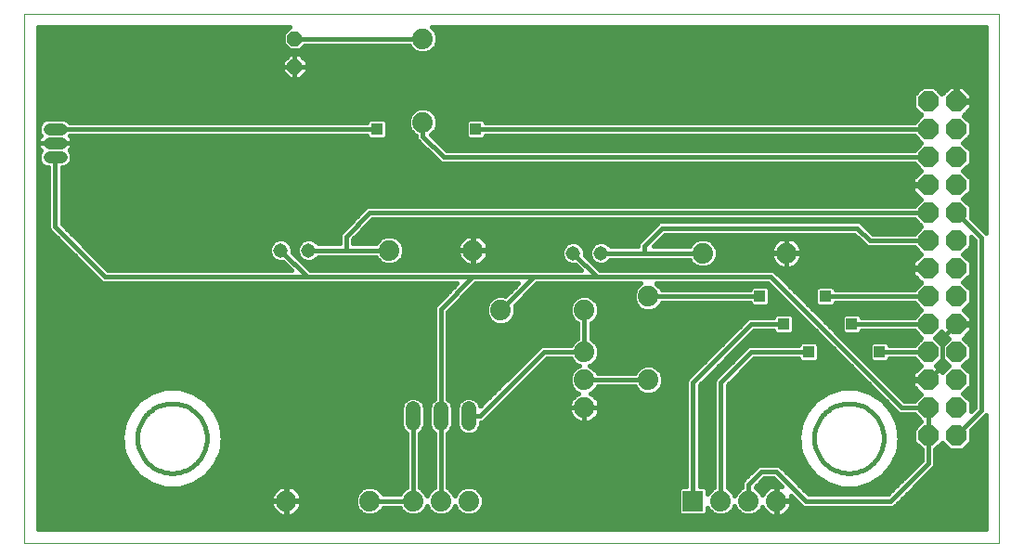
<source format=gtl>
G75*
%MOIN*%
%OFA0B0*%
%FSLAX24Y24*%
%IPPOS*%
%LPD*%
%AMOC8*
5,1,8,0,0,1.08239X$1,22.5*
%
%ADD10C,0.0000*%
%ADD11C,0.0010*%
%ADD12C,0.0160*%
%ADD13R,0.0740X0.0740*%
%ADD14C,0.0740*%
%ADD15C,0.0520*%
%ADD16OC8,0.0520*%
%ADD17C,0.0436*%
%ADD18C,0.0515*%
%ADD19OC8,0.0740*%
%ADD20R,0.0396X0.0396*%
D10*
X002030Y002280D02*
X002030Y021280D01*
X002030Y002280D02*
X037030Y002280D01*
D11*
X037030Y021280D01*
X002030Y021280D01*
D12*
X002510Y020795D02*
X011551Y020795D01*
X011310Y020554D01*
X011310Y020206D01*
X011556Y019960D01*
X011904Y019960D01*
X012084Y020140D01*
X015856Y020140D01*
X015881Y020080D01*
X016030Y019931D01*
X016225Y019850D01*
X016435Y019850D01*
X016630Y019931D01*
X016779Y020080D01*
X016860Y020275D01*
X016860Y020485D01*
X016779Y020680D01*
X016665Y020795D01*
X036545Y020795D01*
X036545Y013404D01*
X036010Y013939D01*
X036010Y014350D01*
X035730Y014630D01*
X036010Y014910D01*
X036010Y015350D01*
X035730Y015630D01*
X036010Y015910D01*
X036010Y016350D01*
X035730Y016630D01*
X036010Y016910D01*
X036010Y017350D01*
X035744Y017616D01*
X036030Y017902D01*
X036030Y018110D01*
X035500Y018110D01*
X035500Y018150D01*
X035460Y018150D01*
X035460Y018680D01*
X035252Y018680D01*
X034966Y018394D01*
X034700Y018660D01*
X034260Y018660D01*
X033950Y018350D01*
X033950Y017910D01*
X034230Y017630D01*
X033970Y017370D01*
X018588Y017370D01*
X018588Y017394D01*
X018494Y017488D01*
X017966Y017488D01*
X017872Y017394D01*
X017872Y016866D01*
X017966Y016772D01*
X018494Y016772D01*
X018588Y016866D01*
X018588Y016890D01*
X033970Y016890D01*
X034230Y016630D01*
X033970Y016370D01*
X017179Y016370D01*
X016622Y016927D01*
X016630Y016931D01*
X016779Y017080D01*
X016860Y017275D01*
X016860Y017485D01*
X016779Y017680D01*
X016630Y017829D01*
X016435Y017910D01*
X016225Y017910D01*
X016030Y017829D01*
X015881Y017680D01*
X015800Y017485D01*
X015800Y017275D01*
X015881Y017080D01*
X016030Y016931D01*
X016090Y016906D01*
X016090Y016832D01*
X016127Y016744D01*
X016877Y015994D01*
X016944Y015927D01*
X017032Y015890D01*
X033970Y015890D01*
X034216Y015644D01*
X033930Y015358D01*
X033930Y015150D01*
X034460Y015150D01*
X034460Y015110D01*
X033930Y015110D01*
X033930Y014902D01*
X034216Y014616D01*
X033970Y014370D01*
X014382Y014370D01*
X014294Y014333D01*
X014227Y014266D01*
X013377Y013416D01*
X013340Y013328D01*
X013340Y013020D01*
X012580Y013020D01*
X012466Y013134D01*
X012313Y013197D01*
X012147Y013197D01*
X011994Y013134D01*
X011876Y013016D01*
X011813Y012863D01*
X011813Y012697D01*
X011876Y012544D01*
X011994Y012426D01*
X012147Y012363D01*
X012313Y012363D01*
X012466Y012426D01*
X012580Y012540D01*
X014656Y012540D01*
X014681Y012480D01*
X014830Y012331D01*
X015025Y012250D01*
X015235Y012250D01*
X015430Y012331D01*
X015579Y012480D01*
X015660Y012675D01*
X015660Y012885D01*
X015579Y013080D01*
X015430Y013229D01*
X015235Y013310D01*
X015025Y013310D01*
X014830Y013229D01*
X014681Y013080D01*
X014656Y013020D01*
X013820Y013020D01*
X013820Y013181D01*
X014529Y013890D01*
X033970Y013890D01*
X034230Y013630D01*
X033970Y013370D01*
X032479Y013370D01*
X032066Y013783D01*
X031978Y013820D01*
X024882Y013820D01*
X024794Y013783D01*
X024727Y013716D01*
X024077Y013066D01*
X024040Y012978D01*
X024040Y012920D01*
X023080Y012920D01*
X022966Y013034D01*
X022813Y013097D01*
X022647Y013097D01*
X022494Y013034D01*
X022376Y012916D01*
X022313Y012763D01*
X022313Y012597D01*
X022376Y012444D01*
X022494Y012326D01*
X022647Y012263D01*
X022813Y012263D01*
X022966Y012326D01*
X023080Y012440D01*
X025906Y012440D01*
X025931Y012380D01*
X026080Y012231D01*
X026275Y012150D01*
X026485Y012150D01*
X026680Y012231D01*
X026829Y012380D01*
X026910Y012575D01*
X026910Y012785D01*
X026829Y012980D01*
X026680Y013129D01*
X026485Y013210D01*
X026275Y013210D01*
X026080Y013129D01*
X025931Y012980D01*
X025906Y012920D01*
X024609Y012920D01*
X025029Y013340D01*
X031831Y013340D01*
X032177Y012994D01*
X032244Y012927D01*
X032332Y012890D01*
X033970Y012890D01*
X034216Y012644D01*
X033930Y012358D01*
X033930Y012150D01*
X034460Y012150D01*
X034460Y012110D01*
X033930Y012110D01*
X033930Y011902D01*
X034216Y011616D01*
X033970Y011370D01*
X031138Y011370D01*
X031138Y011394D01*
X031044Y011488D01*
X030516Y011488D01*
X030422Y011394D01*
X030422Y010866D01*
X030516Y010772D01*
X031044Y010772D01*
X031138Y010866D01*
X031138Y010890D01*
X033970Y010890D01*
X034230Y010630D01*
X033970Y010370D01*
X032088Y010370D01*
X032088Y010394D01*
X031994Y010488D01*
X031466Y010488D01*
X031372Y010394D01*
X031372Y009866D01*
X031466Y009772D01*
X031994Y009772D01*
X032088Y009866D01*
X032088Y009890D01*
X033970Y009890D01*
X034230Y009630D01*
X033970Y009370D01*
X033088Y009370D01*
X033088Y009394D01*
X032994Y009488D01*
X032466Y009488D01*
X032372Y009394D01*
X032372Y008866D01*
X032466Y008772D01*
X032994Y008772D01*
X033088Y008866D01*
X033088Y008890D01*
X033970Y008890D01*
X034216Y008644D01*
X033930Y008358D01*
X033930Y008150D01*
X034460Y008150D01*
X034460Y008110D01*
X033930Y008110D01*
X033930Y007902D01*
X034216Y007616D01*
X033970Y007370D01*
X033629Y007370D01*
X029033Y011966D01*
X028966Y012033D01*
X028878Y012070D01*
X022679Y012070D01*
X022147Y012602D01*
X022147Y012763D01*
X022084Y012916D01*
X021966Y013034D01*
X021813Y013097D01*
X021647Y013097D01*
X021494Y013034D01*
X021376Y012916D01*
X021313Y012763D01*
X021313Y012597D01*
X021376Y012444D01*
X021494Y012326D01*
X021647Y012263D01*
X021808Y012263D01*
X022001Y012070D01*
X012279Y012070D01*
X011647Y012702D01*
X011647Y012863D01*
X011584Y013016D01*
X011466Y013134D01*
X011313Y013197D01*
X011147Y013197D01*
X010994Y013134D01*
X010876Y013016D01*
X010813Y012863D01*
X010813Y012697D01*
X010876Y012544D01*
X010994Y012426D01*
X011147Y012363D01*
X011308Y012363D01*
X011601Y012070D01*
X005029Y012070D01*
X003370Y013729D01*
X003370Y015752D01*
X003423Y015752D01*
X003562Y015809D01*
X003669Y015916D01*
X003726Y016055D01*
X003726Y016205D01*
X003669Y016344D01*
X003647Y016366D01*
X003657Y016376D01*
X003701Y016441D01*
X003731Y016514D01*
X003746Y016591D01*
X003746Y016630D01*
X003746Y016669D01*
X003731Y016746D01*
X003701Y016819D01*
X003657Y016884D01*
X003651Y016890D01*
X014322Y016890D01*
X014322Y016866D01*
X014416Y016772D01*
X014944Y016772D01*
X015038Y016866D01*
X015038Y017394D01*
X014944Y017488D01*
X014416Y017488D01*
X014322Y017394D01*
X014322Y017370D01*
X003643Y017370D01*
X003562Y017451D01*
X003423Y017508D01*
X002837Y017508D01*
X002698Y017451D01*
X002591Y017344D01*
X002534Y017205D01*
X002534Y017055D01*
X002591Y016916D01*
X002613Y016894D01*
X002603Y016884D01*
X002559Y016819D01*
X002529Y016746D01*
X002514Y016669D01*
X002514Y016630D01*
X002514Y016591D01*
X002529Y016514D01*
X002559Y016441D01*
X002603Y016376D01*
X002613Y016366D01*
X002591Y016344D01*
X002534Y016205D01*
X002534Y016055D01*
X002591Y015916D01*
X002698Y015809D01*
X002837Y015752D01*
X002890Y015752D01*
X002890Y013582D01*
X002927Y013494D01*
X002994Y013427D01*
X004794Y011627D01*
X004882Y011590D01*
X017551Y011590D01*
X016777Y010816D01*
X016740Y010728D01*
X016740Y007444D01*
X016624Y007328D01*
X016560Y007174D01*
X016560Y006486D01*
X016624Y006332D01*
X016740Y006216D01*
X016740Y004254D01*
X016680Y004229D01*
X016531Y004080D01*
X016480Y003958D01*
X016429Y004080D01*
X016280Y004229D01*
X016220Y004254D01*
X016220Y006216D01*
X016336Y006332D01*
X016400Y006486D01*
X016400Y007174D01*
X016336Y007328D01*
X016218Y007446D01*
X016064Y007510D01*
X015896Y007510D01*
X015742Y007446D01*
X015624Y007328D01*
X015560Y007174D01*
X015560Y006486D01*
X015624Y006332D01*
X015740Y006216D01*
X015740Y004254D01*
X015680Y004229D01*
X015531Y004080D01*
X015506Y004020D01*
X014904Y004020D01*
X014879Y004080D01*
X014730Y004229D01*
X014535Y004310D01*
X014325Y004310D01*
X014130Y004229D01*
X013981Y004080D01*
X013900Y003885D01*
X013900Y003675D01*
X013981Y003480D01*
X014130Y003331D01*
X014325Y003250D01*
X014535Y003250D01*
X014730Y003331D01*
X014879Y003480D01*
X014904Y003540D01*
X015506Y003540D01*
X015531Y003480D01*
X015680Y003331D01*
X015875Y003250D01*
X016085Y003250D01*
X016280Y003331D01*
X016429Y003480D01*
X016480Y003602D01*
X016531Y003480D01*
X016680Y003331D01*
X016875Y003250D01*
X017085Y003250D01*
X017280Y003331D01*
X017429Y003480D01*
X017480Y003602D01*
X017531Y003480D01*
X017680Y003331D01*
X017875Y003250D01*
X018085Y003250D01*
X018280Y003331D01*
X018429Y003480D01*
X018510Y003675D01*
X018510Y003885D01*
X018429Y004080D01*
X018280Y004229D01*
X018085Y004310D01*
X017875Y004310D01*
X017680Y004229D01*
X017531Y004080D01*
X017480Y003958D01*
X017429Y004080D01*
X017280Y004229D01*
X017220Y004254D01*
X017220Y006216D01*
X017336Y006332D01*
X017400Y006486D01*
X017400Y007174D01*
X017336Y007328D01*
X017220Y007444D01*
X017220Y010581D01*
X018229Y011590D01*
X019751Y011590D01*
X019296Y011135D01*
X019235Y011160D01*
X019025Y011160D01*
X018830Y011079D01*
X018681Y010930D01*
X018600Y010735D01*
X018600Y010525D01*
X018681Y010330D01*
X018830Y010181D01*
X019025Y010100D01*
X019235Y010100D01*
X019430Y010181D01*
X019579Y010330D01*
X019660Y010525D01*
X019660Y010735D01*
X019635Y010796D01*
X020429Y011590D01*
X024156Y011590D01*
X024130Y011579D01*
X023981Y011430D01*
X023900Y011235D01*
X023900Y011025D01*
X023981Y010830D01*
X024130Y010681D01*
X024325Y010600D01*
X024535Y010600D01*
X024730Y010681D01*
X024879Y010830D01*
X024904Y010890D01*
X028072Y010890D01*
X028072Y010866D01*
X028166Y010772D01*
X028694Y010772D01*
X028788Y010866D01*
X028788Y011394D01*
X028694Y011488D01*
X028166Y011488D01*
X028072Y011394D01*
X028072Y011370D01*
X024904Y011370D01*
X024879Y011430D01*
X024730Y011579D01*
X024704Y011590D01*
X028731Y011590D01*
X033394Y006927D01*
X033482Y006890D01*
X033970Y006890D01*
X034230Y006630D01*
X033950Y006350D01*
X033950Y005910D01*
X034240Y005620D01*
X034240Y005229D01*
X033031Y004020D01*
X030179Y004020D01*
X029233Y004966D01*
X029166Y005033D01*
X029078Y005070D01*
X028432Y005070D01*
X028344Y005033D01*
X027894Y004583D01*
X027827Y004516D01*
X027790Y004428D01*
X027790Y004254D01*
X027730Y004229D01*
X027581Y004080D01*
X027530Y003958D01*
X027479Y004080D01*
X027330Y004229D01*
X027270Y004254D01*
X027270Y007931D01*
X028229Y008890D01*
X029822Y008890D01*
X029822Y008866D01*
X029916Y008772D01*
X030444Y008772D01*
X030538Y008866D01*
X030538Y009394D01*
X030444Y009488D01*
X029916Y009488D01*
X029822Y009394D01*
X029822Y009370D01*
X028082Y009370D01*
X027994Y009333D01*
X027927Y009266D01*
X026827Y008166D01*
X026790Y008078D01*
X026790Y004254D01*
X026730Y004229D01*
X026581Y004080D01*
X026560Y004030D01*
X026560Y004216D01*
X026466Y004310D01*
X026270Y004310D01*
X026270Y007931D01*
X028229Y009890D01*
X028922Y009890D01*
X028922Y009866D01*
X029016Y009772D01*
X029544Y009772D01*
X029638Y009866D01*
X029638Y010394D01*
X029544Y010488D01*
X029016Y010488D01*
X028922Y010394D01*
X028922Y010370D01*
X028082Y010370D01*
X027994Y010333D01*
X027927Y010266D01*
X025827Y008166D01*
X025790Y008078D01*
X025790Y004310D01*
X025594Y004310D01*
X025500Y004216D01*
X025500Y003344D01*
X025594Y003250D01*
X026466Y003250D01*
X026560Y003344D01*
X026560Y003530D01*
X026581Y003480D01*
X026730Y003331D01*
X026925Y003250D01*
X027135Y003250D01*
X027330Y003331D01*
X027479Y003480D01*
X027530Y003602D01*
X027581Y003480D01*
X027730Y003331D01*
X027925Y003250D01*
X028135Y003250D01*
X028330Y003331D01*
X028479Y003480D01*
X028519Y003574D01*
X028520Y003569D01*
X028560Y003492D01*
X028610Y003422D01*
X028672Y003360D01*
X028742Y003310D01*
X028819Y003270D01*
X028901Y003244D01*
X028987Y003230D01*
X029010Y003230D01*
X029010Y003760D01*
X029050Y003760D01*
X029050Y003800D01*
X029580Y003800D01*
X029580Y003823D01*
X029566Y003909D01*
X029545Y003976D01*
X029944Y003577D01*
X030032Y003540D01*
X033178Y003540D01*
X033266Y003577D01*
X033333Y003644D01*
X034683Y004994D01*
X034720Y005082D01*
X034720Y005620D01*
X034980Y005880D01*
X035260Y005600D01*
X035700Y005600D01*
X036010Y005910D01*
X036010Y006321D01*
X036516Y006827D01*
X036545Y006856D01*
X036545Y002760D01*
X002510Y002760D01*
X002510Y020795D01*
X002510Y020666D02*
X011422Y020666D01*
X011310Y020508D02*
X002510Y020508D01*
X002510Y020349D02*
X011310Y020349D01*
X011326Y020191D02*
X002510Y020191D01*
X002510Y020032D02*
X011484Y020032D01*
X011548Y019820D02*
X011290Y019562D01*
X011290Y019380D01*
X011730Y019380D01*
X011730Y019380D01*
X011730Y019820D01*
X011912Y019820D01*
X012170Y019562D01*
X012170Y019380D01*
X011730Y019380D01*
X011730Y019380D01*
X011730Y019380D01*
X011730Y019820D01*
X011548Y019820D01*
X011443Y019715D02*
X002510Y019715D01*
X002510Y019557D02*
X011290Y019557D01*
X011290Y019398D02*
X002510Y019398D01*
X002510Y019240D02*
X011290Y019240D01*
X011290Y019198D02*
X011548Y018940D01*
X011730Y018940D01*
X011912Y018940D01*
X012170Y019198D01*
X012170Y019380D01*
X011730Y019380D01*
X011730Y018940D01*
X011730Y019380D01*
X011730Y019380D01*
X011290Y019380D01*
X011290Y019198D01*
X011407Y019081D02*
X002510Y019081D01*
X002510Y018923D02*
X036545Y018923D01*
X036545Y019081D02*
X012053Y019081D01*
X012170Y019240D02*
X036545Y019240D01*
X036545Y019398D02*
X012170Y019398D01*
X012170Y019557D02*
X036545Y019557D01*
X036545Y019715D02*
X012017Y019715D01*
X011730Y019715D02*
X011730Y019715D01*
X011730Y019557D02*
X011730Y019557D01*
X011730Y019398D02*
X011730Y019398D01*
X011730Y019240D02*
X011730Y019240D01*
X011730Y019081D02*
X011730Y019081D01*
X011976Y020032D02*
X015928Y020032D01*
X016168Y019874D02*
X002510Y019874D01*
X002510Y018764D02*
X036545Y018764D01*
X036545Y018606D02*
X035782Y018606D01*
X035708Y018680D02*
X035500Y018680D01*
X035500Y018150D01*
X036030Y018150D01*
X036030Y018358D01*
X035708Y018680D01*
X035500Y018606D02*
X035460Y018606D01*
X035460Y018447D02*
X035500Y018447D01*
X035500Y018289D02*
X035460Y018289D01*
X035500Y018130D02*
X036545Y018130D01*
X036545Y017972D02*
X036030Y017972D01*
X035941Y017813D02*
X036545Y017813D01*
X036545Y017655D02*
X035782Y017655D01*
X035864Y017496D02*
X036545Y017496D01*
X036545Y017338D02*
X036010Y017338D01*
X036010Y017179D02*
X036545Y017179D01*
X036545Y017021D02*
X036010Y017021D01*
X035962Y016862D02*
X036545Y016862D01*
X036545Y016704D02*
X035803Y016704D01*
X035815Y016545D02*
X036545Y016545D01*
X036545Y016387D02*
X035973Y016387D01*
X036010Y016228D02*
X036545Y016228D01*
X036545Y016070D02*
X036010Y016070D01*
X036010Y015911D02*
X036545Y015911D01*
X036545Y015753D02*
X035852Y015753D01*
X035766Y015594D02*
X036545Y015594D01*
X036545Y015436D02*
X035924Y015436D01*
X036010Y015277D02*
X036545Y015277D01*
X036545Y015119D02*
X036010Y015119D01*
X036010Y014960D02*
X036545Y014960D01*
X036545Y014802D02*
X035901Y014802D01*
X035743Y014643D02*
X036545Y014643D01*
X036545Y014485D02*
X035875Y014485D01*
X036010Y014326D02*
X036545Y014326D01*
X036545Y014168D02*
X036010Y014168D01*
X036010Y014009D02*
X036545Y014009D01*
X036545Y013851D02*
X036099Y013851D01*
X036257Y013692D02*
X036545Y013692D01*
X036545Y013534D02*
X036416Y013534D01*
X036140Y013131D02*
X036010Y013261D01*
X036010Y012910D01*
X035730Y012630D01*
X036010Y012350D01*
X036010Y011910D01*
X035730Y011630D01*
X036010Y011350D01*
X036010Y010910D01*
X035744Y010644D01*
X036030Y010358D01*
X036030Y010150D01*
X035500Y010150D01*
X035500Y010110D01*
X036030Y010110D01*
X036030Y009902D01*
X035744Y009616D01*
X036010Y009350D01*
X036010Y008910D01*
X035730Y008630D01*
X036010Y008350D01*
X036010Y007910D01*
X035730Y007630D01*
X036010Y007350D01*
X036010Y006999D01*
X036140Y007129D01*
X036140Y013131D01*
X036140Y013058D02*
X036010Y013058D01*
X036010Y013217D02*
X036054Y013217D01*
X035999Y012900D02*
X036140Y012900D01*
X036140Y012741D02*
X035841Y012741D01*
X035777Y012583D02*
X036140Y012583D01*
X036140Y012424D02*
X035936Y012424D01*
X036010Y012266D02*
X036140Y012266D01*
X036140Y012107D02*
X036010Y012107D01*
X036010Y011949D02*
X036140Y011949D01*
X036140Y011790D02*
X035890Y011790D01*
X035731Y011632D02*
X036140Y011632D01*
X036140Y011473D02*
X035887Y011473D01*
X036010Y011315D02*
X036140Y011315D01*
X036140Y011156D02*
X036010Y011156D01*
X036010Y010998D02*
X036140Y010998D01*
X036140Y010839D02*
X035939Y010839D01*
X035780Y010681D02*
X036140Y010681D01*
X036140Y010522D02*
X035866Y010522D01*
X036024Y010364D02*
X036140Y010364D01*
X036140Y010205D02*
X036030Y010205D01*
X036030Y010047D02*
X036140Y010047D01*
X036140Y009888D02*
X036016Y009888D01*
X036140Y009730D02*
X035857Y009730D01*
X035789Y009571D02*
X036140Y009571D01*
X036140Y009413D02*
X035947Y009413D01*
X036010Y009254D02*
X036140Y009254D01*
X036140Y009096D02*
X036010Y009096D01*
X036010Y008937D02*
X036140Y008937D01*
X036140Y008779D02*
X035878Y008779D01*
X035740Y008620D02*
X036140Y008620D01*
X036140Y008462D02*
X035898Y008462D01*
X036010Y008303D02*
X036140Y008303D01*
X036140Y008145D02*
X036010Y008145D01*
X036010Y007986D02*
X036140Y007986D01*
X036140Y007828D02*
X035927Y007828D01*
X035769Y007669D02*
X036140Y007669D01*
X036140Y007511D02*
X035849Y007511D01*
X036008Y007352D02*
X036140Y007352D01*
X036140Y007194D02*
X036010Y007194D01*
X036010Y007035D02*
X036046Y007035D01*
X036380Y007030D02*
X036380Y013230D01*
X035480Y014130D01*
X034480Y014130D02*
X014430Y014130D01*
X013580Y013280D01*
X013580Y012780D01*
X012230Y012780D01*
X011813Y012741D02*
X011647Y012741D01*
X011632Y012900D02*
X011828Y012900D01*
X011918Y013058D02*
X011542Y013058D01*
X010918Y013058D02*
X004041Y013058D01*
X003883Y013217D02*
X013340Y013217D01*
X013340Y013058D02*
X012542Y013058D01*
X011860Y012583D02*
X011767Y012583D01*
X011925Y012424D02*
X011998Y012424D01*
X012084Y012266D02*
X014987Y012266D01*
X015273Y012266D02*
X017934Y012266D01*
X017919Y012270D02*
X018001Y012244D01*
X018087Y012230D01*
X018121Y012230D01*
X018121Y012771D01*
X018139Y012771D01*
X018139Y012789D01*
X018680Y012789D01*
X018680Y012823D01*
X018666Y012909D01*
X018640Y012991D01*
X018600Y013068D01*
X018550Y013138D01*
X018488Y013200D01*
X018418Y013250D01*
X018341Y013290D01*
X018259Y013316D01*
X018173Y013330D01*
X018139Y013330D01*
X018139Y012789D01*
X018121Y012789D01*
X018121Y013330D01*
X018087Y013330D01*
X018001Y013316D01*
X017919Y013290D01*
X017842Y013250D01*
X017772Y013200D01*
X017710Y013138D01*
X017660Y013068D01*
X017620Y012991D01*
X017594Y012909D01*
X017580Y012823D01*
X017580Y012789D01*
X018121Y012789D01*
X018121Y012771D01*
X017580Y012771D01*
X017580Y012737D01*
X017594Y012651D01*
X017620Y012569D01*
X017660Y012492D01*
X017710Y012422D01*
X017772Y012360D01*
X017842Y012310D01*
X017919Y012270D01*
X018121Y012266D02*
X018139Y012266D01*
X018139Y012230D02*
X018173Y012230D01*
X018259Y012244D01*
X018341Y012270D01*
X018418Y012310D01*
X018488Y012360D01*
X018550Y012422D01*
X018600Y012492D01*
X018640Y012569D01*
X018666Y012651D01*
X018680Y012737D01*
X018680Y012771D01*
X018139Y012771D01*
X018139Y012230D01*
X018326Y012266D02*
X021640Y012266D01*
X021396Y012424D02*
X018551Y012424D01*
X018644Y012583D02*
X021319Y012583D01*
X021313Y012741D02*
X018680Y012741D01*
X018668Y012900D02*
X021369Y012900D01*
X021552Y013058D02*
X018606Y013058D01*
X018465Y013217D02*
X024227Y013217D01*
X024073Y013058D02*
X022908Y013058D01*
X022552Y013058D02*
X021908Y013058D01*
X022091Y012900D02*
X022369Y012900D01*
X022313Y012741D02*
X022147Y012741D01*
X022167Y012583D02*
X022319Y012583D01*
X022325Y012424D02*
X022396Y012424D01*
X022484Y012266D02*
X022640Y012266D01*
X022642Y012107D02*
X033930Y012107D01*
X033930Y011949D02*
X029051Y011949D01*
X029209Y011790D02*
X034042Y011790D01*
X034201Y011632D02*
X029368Y011632D01*
X029526Y011473D02*
X030501Y011473D01*
X030422Y011315D02*
X029685Y011315D01*
X029843Y011156D02*
X030422Y011156D01*
X030422Y010998D02*
X030002Y010998D01*
X030160Y010839D02*
X030448Y010839D01*
X030319Y010681D02*
X034180Y010681D01*
X034122Y010522D02*
X030477Y010522D01*
X030636Y010364D02*
X031372Y010364D01*
X031372Y010205D02*
X030794Y010205D01*
X030953Y010047D02*
X031372Y010047D01*
X031372Y009888D02*
X031111Y009888D01*
X031270Y009730D02*
X034131Y009730D01*
X034171Y009571D02*
X031428Y009571D01*
X031587Y009413D02*
X032390Y009413D01*
X032372Y009254D02*
X031745Y009254D01*
X031904Y009096D02*
X032372Y009096D01*
X032372Y008937D02*
X032062Y008937D01*
X032221Y008779D02*
X032459Y008779D01*
X032379Y008620D02*
X034192Y008620D01*
X034082Y008779D02*
X033001Y008779D01*
X032730Y009130D02*
X034480Y009130D01*
X034878Y008779D02*
X035082Y008779D01*
X034980Y008880D02*
X035230Y008630D01*
X034994Y008394D01*
X034744Y008644D01*
X034980Y008880D01*
X034980Y008630D02*
X034480Y008130D01*
X034460Y008145D02*
X032855Y008145D01*
X032696Y008303D02*
X033930Y008303D01*
X034034Y008462D02*
X032538Y008462D01*
X032176Y008145D02*
X027484Y008145D01*
X027642Y008303D02*
X032018Y008303D01*
X031859Y008462D02*
X027801Y008462D01*
X027959Y008620D02*
X031701Y008620D01*
X031542Y008779D02*
X030451Y008779D01*
X030538Y008937D02*
X031384Y008937D01*
X031225Y009096D02*
X030538Y009096D01*
X030538Y009254D02*
X031067Y009254D01*
X030908Y009413D02*
X030520Y009413D01*
X030750Y009571D02*
X027910Y009571D01*
X027752Y009413D02*
X029840Y009413D01*
X030180Y009130D02*
X028130Y009130D01*
X027030Y008030D01*
X027030Y003780D01*
X027389Y003390D02*
X027671Y003390D01*
X027552Y003548D02*
X027508Y003548D01*
X027503Y004024D02*
X027557Y004024D01*
X027682Y004182D02*
X027378Y004182D01*
X027270Y004341D02*
X027790Y004341D01*
X027820Y004499D02*
X027270Y004499D01*
X027270Y004658D02*
X027968Y004658D01*
X028127Y004816D02*
X027270Y004816D01*
X027270Y004975D02*
X028285Y004975D01*
X028480Y004830D02*
X028030Y004380D01*
X028030Y003780D01*
X028519Y003986D02*
X028479Y004080D01*
X028330Y004229D01*
X028270Y004254D01*
X028270Y004281D01*
X028579Y004590D01*
X028931Y004590D01*
X029226Y004295D01*
X029159Y004316D01*
X029073Y004330D01*
X029050Y004330D01*
X029050Y003800D01*
X029010Y003800D01*
X029010Y004330D01*
X028987Y004330D01*
X028901Y004316D01*
X028819Y004290D01*
X028742Y004250D01*
X028672Y004200D01*
X028610Y004138D01*
X028560Y004068D01*
X028520Y003991D01*
X028519Y003986D01*
X028503Y004024D02*
X028537Y004024D01*
X028654Y004182D02*
X028378Y004182D01*
X028330Y004341D02*
X029180Y004341D01*
X029050Y004182D02*
X029010Y004182D01*
X029010Y004024D02*
X029050Y004024D01*
X029050Y003865D02*
X029010Y003865D01*
X029050Y003760D02*
X029580Y003760D01*
X029580Y003737D01*
X029566Y003651D01*
X029540Y003569D01*
X029500Y003492D01*
X029450Y003422D01*
X029388Y003360D01*
X029318Y003310D01*
X029241Y003270D01*
X029159Y003244D01*
X029073Y003230D01*
X029050Y003230D01*
X029050Y003760D01*
X029050Y003707D02*
X029010Y003707D01*
X029010Y003548D02*
X029050Y003548D01*
X029050Y003390D02*
X029010Y003390D01*
X029010Y003231D02*
X029050Y003231D01*
X029080Y003231D02*
X036545Y003231D01*
X036545Y003073D02*
X002510Y003073D01*
X002510Y003231D02*
X011380Y003231D01*
X011387Y003230D02*
X011421Y003230D01*
X011421Y003771D01*
X011439Y003771D01*
X011439Y003789D01*
X011980Y003789D01*
X011980Y003823D01*
X011966Y003909D01*
X011940Y003991D01*
X011900Y004068D01*
X011850Y004138D01*
X011788Y004200D01*
X011718Y004250D01*
X011641Y004290D01*
X011559Y004316D01*
X011473Y004330D01*
X011439Y004330D01*
X011439Y003789D01*
X011421Y003789D01*
X011421Y004330D01*
X011387Y004330D01*
X011301Y004316D01*
X011219Y004290D01*
X011142Y004250D01*
X011072Y004200D01*
X011010Y004138D01*
X010960Y004068D01*
X010920Y003991D01*
X010894Y003909D01*
X010880Y003823D01*
X010880Y003789D01*
X011421Y003789D01*
X011421Y003771D01*
X010880Y003771D01*
X010880Y003737D01*
X010894Y003651D01*
X010920Y003569D01*
X010960Y003492D01*
X011010Y003422D01*
X011072Y003360D01*
X011142Y003310D01*
X011219Y003270D01*
X011301Y003244D01*
X011387Y003230D01*
X011421Y003231D02*
X011439Y003231D01*
X011439Y003230D02*
X011473Y003230D01*
X011559Y003244D01*
X011641Y003270D01*
X011718Y003310D01*
X011788Y003360D01*
X011850Y003422D01*
X011900Y003492D01*
X011940Y003569D01*
X011966Y003651D01*
X011980Y003737D01*
X011980Y003771D01*
X011439Y003771D01*
X011439Y003230D01*
X011480Y003231D02*
X028980Y003231D01*
X028643Y003390D02*
X028389Y003390D01*
X028508Y003548D02*
X028531Y003548D01*
X029417Y003390D02*
X036545Y003390D01*
X036545Y003548D02*
X033197Y003548D01*
X033130Y003780D02*
X030080Y003780D01*
X029030Y004830D01*
X028480Y004830D01*
X028488Y004499D02*
X029022Y004499D01*
X029383Y004816D02*
X030311Y004816D01*
X030445Y004662D02*
X030107Y005051D01*
X030107Y005051D01*
X029893Y005520D01*
X029893Y005520D01*
X029820Y006030D01*
X029820Y006030D01*
X029893Y006540D01*
X030107Y007009D01*
X030445Y007398D01*
X030445Y007398D01*
X030878Y007676D01*
X030878Y007676D01*
X031372Y007822D01*
X031888Y007822D01*
X032382Y007676D01*
X032382Y007676D01*
X032815Y007398D01*
X032815Y007398D01*
X033153Y007009D01*
X033153Y007009D01*
X033367Y006540D01*
X033367Y006540D01*
X033440Y006030D01*
X033367Y005520D01*
X033153Y005051D01*
X033153Y005051D01*
X032815Y004662D01*
X032815Y004662D01*
X032382Y004384D01*
X032382Y004384D01*
X031888Y004238D01*
X031372Y004238D01*
X030878Y004384D01*
X030878Y004384D01*
X030445Y004662D01*
X030445Y004662D01*
X030452Y004658D02*
X029542Y004658D01*
X029700Y004499D02*
X030698Y004499D01*
X031025Y004341D02*
X029859Y004341D01*
X030017Y004182D02*
X033193Y004182D01*
X033351Y004341D02*
X032235Y004341D01*
X032562Y004499D02*
X033510Y004499D01*
X033668Y004658D02*
X032808Y004658D01*
X032815Y004662D02*
X032815Y004662D01*
X032949Y004816D02*
X033827Y004816D01*
X033985Y004975D02*
X033086Y004975D01*
X033190Y005133D02*
X034144Y005133D01*
X034240Y005292D02*
X033262Y005292D01*
X033335Y005450D02*
X034240Y005450D01*
X034240Y005609D02*
X033379Y005609D01*
X033367Y005520D02*
X033367Y005520D01*
X033402Y005767D02*
X034093Y005767D01*
X033950Y005926D02*
X033425Y005926D01*
X033432Y006084D02*
X033950Y006084D01*
X033950Y006243D02*
X033409Y006243D01*
X033387Y006401D02*
X034001Y006401D01*
X034160Y006560D02*
X033358Y006560D01*
X033285Y006718D02*
X034142Y006718D01*
X033984Y006877D02*
X033213Y006877D01*
X033286Y007035D02*
X033130Y007035D01*
X033127Y007194D02*
X032992Y007194D01*
X032969Y007352D02*
X032855Y007352D01*
X032810Y007511D02*
X032640Y007511D01*
X032652Y007669D02*
X032393Y007669D01*
X032493Y007828D02*
X027270Y007828D01*
X027270Y007669D02*
X030867Y007669D01*
X030620Y007511D02*
X027270Y007511D01*
X027270Y007352D02*
X030405Y007352D01*
X030268Y007194D02*
X027270Y007194D01*
X027270Y007035D02*
X030130Y007035D01*
X030047Y006877D02*
X027270Y006877D01*
X027270Y006718D02*
X029975Y006718D01*
X029902Y006560D02*
X027270Y006560D01*
X027270Y006401D02*
X029873Y006401D01*
X029851Y006243D02*
X027270Y006243D01*
X027270Y006084D02*
X029828Y006084D01*
X029835Y005926D02*
X027270Y005926D01*
X027270Y005767D02*
X029858Y005767D01*
X029881Y005609D02*
X027270Y005609D01*
X027270Y005450D02*
X029925Y005450D01*
X029998Y005292D02*
X027270Y005292D01*
X027270Y005133D02*
X030070Y005133D01*
X030174Y004975D02*
X029225Y004975D01*
X029573Y003865D02*
X029656Y003865D01*
X029575Y003707D02*
X029814Y003707D01*
X030013Y003548D02*
X029529Y003548D01*
X030176Y004024D02*
X033034Y004024D01*
X033130Y003780D02*
X034480Y005130D01*
X034480Y006130D01*
X034480Y007130D01*
X033530Y007130D01*
X028830Y011830D01*
X022580Y011830D01*
X020330Y011830D01*
X019130Y010630D01*
X018643Y010839D02*
X017478Y010839D01*
X017320Y010681D02*
X018600Y010681D01*
X018601Y010522D02*
X017220Y010522D01*
X017220Y010364D02*
X018667Y010364D01*
X018805Y010205D02*
X017220Y010205D01*
X017220Y010047D02*
X021890Y010047D01*
X021890Y010156D02*
X021890Y009604D01*
X021830Y009579D01*
X021681Y009430D01*
X021656Y009370D01*
X020632Y009370D01*
X020544Y009333D01*
X020477Y009266D01*
X018395Y007185D01*
X018336Y007328D01*
X018218Y007446D01*
X018064Y007510D01*
X017896Y007510D01*
X017742Y007446D01*
X017624Y007328D01*
X017560Y007174D01*
X017560Y006486D01*
X017624Y006332D01*
X017742Y006214D01*
X017896Y006150D01*
X018064Y006150D01*
X018218Y006214D01*
X018336Y006332D01*
X018400Y006486D01*
X018400Y006590D01*
X018428Y006590D01*
X018516Y006627D01*
X018583Y006694D01*
X020779Y008890D01*
X021656Y008890D01*
X021681Y008830D01*
X021830Y008681D01*
X021952Y008630D01*
X021830Y008579D01*
X021681Y008430D01*
X021600Y008235D01*
X021600Y008025D01*
X021681Y007830D01*
X021830Y007681D01*
X021924Y007641D01*
X021919Y007640D01*
X021842Y007600D01*
X021772Y007550D01*
X021710Y007488D01*
X021660Y007418D01*
X021620Y007341D01*
X021594Y007259D01*
X021580Y007173D01*
X021580Y007130D01*
X022130Y007130D01*
X022680Y007130D01*
X022680Y007173D01*
X022666Y007259D01*
X022640Y007341D01*
X022600Y007418D01*
X022550Y007488D01*
X022488Y007550D01*
X022418Y007600D01*
X022341Y007640D01*
X022336Y007641D01*
X022430Y007681D01*
X022579Y007830D01*
X022604Y007890D01*
X023956Y007890D01*
X023981Y007830D01*
X024130Y007681D01*
X024325Y007600D01*
X024535Y007600D01*
X024730Y007681D01*
X024879Y007830D01*
X024960Y008025D01*
X024960Y008235D01*
X024879Y008430D01*
X024730Y008579D01*
X024535Y008660D01*
X024325Y008660D01*
X024130Y008579D01*
X023981Y008430D01*
X023956Y008370D01*
X022604Y008370D01*
X022579Y008430D01*
X022430Y008579D01*
X022308Y008630D01*
X022430Y008681D01*
X022579Y008830D01*
X022660Y009025D01*
X022660Y009235D01*
X022579Y009430D01*
X022430Y009579D01*
X022370Y009604D01*
X022370Y010156D01*
X022430Y010181D01*
X022579Y010330D01*
X022660Y010525D01*
X022660Y010735D01*
X022579Y010930D01*
X022430Y011079D01*
X022235Y011160D01*
X022025Y011160D01*
X021830Y011079D01*
X021681Y010930D01*
X021600Y010735D01*
X021600Y010525D01*
X021681Y010330D01*
X021830Y010181D01*
X021890Y010156D01*
X021805Y010205D02*
X019455Y010205D01*
X019593Y010364D02*
X021667Y010364D01*
X021601Y010522D02*
X019659Y010522D01*
X019660Y010681D02*
X021600Y010681D01*
X021643Y010839D02*
X019678Y010839D01*
X019837Y010998D02*
X021748Y010998D01*
X022015Y011156D02*
X019995Y011156D01*
X020154Y011315D02*
X023933Y011315D01*
X023900Y011156D02*
X022245Y011156D01*
X022512Y010998D02*
X023911Y010998D01*
X023977Y010839D02*
X022617Y010839D01*
X022660Y010681D02*
X024130Y010681D01*
X024730Y010681D02*
X029640Y010681D01*
X029482Y010839D02*
X028762Y010839D01*
X028788Y010998D02*
X029323Y010998D01*
X029165Y011156D02*
X028788Y011156D01*
X028788Y011315D02*
X029006Y011315D01*
X028848Y011473D02*
X028709Y011473D01*
X028151Y011473D02*
X024837Y011473D01*
X024430Y011130D02*
X028430Y011130D01*
X028098Y010839D02*
X024883Y010839D01*
X024023Y011473D02*
X020312Y011473D01*
X020330Y011830D02*
X018130Y011830D01*
X016980Y010680D01*
X016980Y006830D01*
X016980Y003780D01*
X017339Y003390D02*
X017621Y003390D01*
X017502Y003548D02*
X017458Y003548D01*
X017453Y004024D02*
X017507Y004024D01*
X017632Y004182D02*
X017328Y004182D01*
X017220Y004341D02*
X025790Y004341D01*
X025790Y004499D02*
X017220Y004499D01*
X017220Y004658D02*
X025790Y004658D01*
X025790Y004816D02*
X017220Y004816D01*
X017220Y004975D02*
X025790Y004975D01*
X025790Y005133D02*
X017220Y005133D01*
X017220Y005292D02*
X025790Y005292D01*
X025790Y005450D02*
X017220Y005450D01*
X017220Y005609D02*
X025790Y005609D01*
X025790Y005767D02*
X017220Y005767D01*
X017220Y005926D02*
X025790Y005926D01*
X025790Y006084D02*
X017220Y006084D01*
X017246Y006243D02*
X017714Y006243D01*
X017595Y006401D02*
X017365Y006401D01*
X017400Y006560D02*
X017560Y006560D01*
X017560Y006718D02*
X017400Y006718D01*
X017400Y006877D02*
X017560Y006877D01*
X017560Y007035D02*
X017400Y007035D01*
X017392Y007194D02*
X017568Y007194D01*
X017648Y007352D02*
X017312Y007352D01*
X017220Y007511D02*
X018721Y007511D01*
X018880Y007669D02*
X017220Y007669D01*
X017220Y007828D02*
X019038Y007828D01*
X019197Y007986D02*
X017220Y007986D01*
X017220Y008145D02*
X019355Y008145D01*
X019514Y008303D02*
X017220Y008303D01*
X017220Y008462D02*
X019672Y008462D01*
X019831Y008620D02*
X017220Y008620D01*
X017220Y008779D02*
X019989Y008779D01*
X020148Y008937D02*
X017220Y008937D01*
X017220Y009096D02*
X020306Y009096D01*
X020465Y009254D02*
X017220Y009254D01*
X017220Y009413D02*
X021673Y009413D01*
X021821Y009571D02*
X017220Y009571D01*
X017220Y009730D02*
X021890Y009730D01*
X021890Y009888D02*
X017220Y009888D01*
X016740Y009888D02*
X002510Y009888D01*
X002510Y009730D02*
X016740Y009730D01*
X016740Y009571D02*
X002510Y009571D01*
X002510Y009413D02*
X016740Y009413D01*
X016740Y009254D02*
X002510Y009254D01*
X002510Y009096D02*
X016740Y009096D01*
X016740Y008937D02*
X002510Y008937D01*
X002510Y008779D02*
X016740Y008779D01*
X016740Y008620D02*
X002510Y008620D01*
X002510Y008462D02*
X016740Y008462D01*
X016740Y008303D02*
X002510Y008303D01*
X002510Y008145D02*
X016740Y008145D01*
X016740Y007986D02*
X002510Y007986D01*
X002510Y007828D02*
X016740Y007828D01*
X016740Y007669D02*
X008093Y007669D01*
X008082Y007676D02*
X008082Y007676D01*
X007588Y007822D01*
X007072Y007822D01*
X006578Y007676D01*
X006145Y007398D01*
X006145Y007398D01*
X005807Y007009D01*
X005807Y007009D01*
X005593Y006540D01*
X005520Y006030D01*
X005520Y006030D01*
X005593Y005520D01*
X005807Y005051D01*
X006145Y004662D01*
X006578Y004384D01*
X006578Y004384D01*
X007072Y004238D01*
X007588Y004238D01*
X008082Y004384D01*
X008515Y004662D01*
X008515Y004662D01*
X008853Y005051D01*
X008853Y005051D01*
X009067Y005520D01*
X009067Y005520D01*
X009140Y006030D01*
X009067Y006540D01*
X008853Y007009D01*
X008515Y007398D01*
X008082Y007676D01*
X008340Y007511D02*
X016740Y007511D01*
X016648Y007352D02*
X016312Y007352D01*
X016392Y007194D02*
X016568Y007194D01*
X016560Y007035D02*
X016400Y007035D01*
X016400Y006877D02*
X016560Y006877D01*
X016560Y006718D02*
X016400Y006718D01*
X016400Y006560D02*
X016560Y006560D01*
X016595Y006401D02*
X016365Y006401D01*
X016246Y006243D02*
X016714Y006243D01*
X016740Y006084D02*
X016220Y006084D01*
X016220Y005926D02*
X016740Y005926D01*
X016740Y005767D02*
X016220Y005767D01*
X016220Y005609D02*
X016740Y005609D01*
X016740Y005450D02*
X016220Y005450D01*
X016220Y005292D02*
X016740Y005292D01*
X016740Y005133D02*
X016220Y005133D01*
X016220Y004975D02*
X016740Y004975D01*
X016740Y004816D02*
X016220Y004816D01*
X016220Y004658D02*
X016740Y004658D01*
X016740Y004499D02*
X016220Y004499D01*
X016220Y004341D02*
X016740Y004341D01*
X016632Y004182D02*
X016328Y004182D01*
X016453Y004024D02*
X016507Y004024D01*
X016502Y003548D02*
X016458Y003548D01*
X016339Y003390D02*
X016621Y003390D01*
X015980Y003780D02*
X014430Y003780D01*
X014789Y003390D02*
X015621Y003390D01*
X015980Y003780D02*
X015980Y006830D01*
X015560Y006877D02*
X008913Y006877D01*
X008853Y007009D02*
X008853Y007009D01*
X008830Y007035D02*
X015560Y007035D01*
X015568Y007194D02*
X008692Y007194D01*
X008555Y007352D02*
X015648Y007352D01*
X015560Y006718D02*
X008985Y006718D01*
X009058Y006560D02*
X015560Y006560D01*
X015595Y006401D02*
X009087Y006401D01*
X009067Y006540D02*
X009067Y006540D01*
X009109Y006243D02*
X015714Y006243D01*
X015740Y006084D02*
X009132Y006084D01*
X009125Y005926D02*
X015740Y005926D01*
X015740Y005767D02*
X009102Y005767D01*
X009079Y005609D02*
X015740Y005609D01*
X015740Y005450D02*
X009035Y005450D01*
X008962Y005292D02*
X015740Y005292D01*
X015740Y005133D02*
X008890Y005133D01*
X008786Y004975D02*
X015740Y004975D01*
X015740Y004816D02*
X008649Y004816D01*
X008515Y004662D02*
X008515Y004662D01*
X008508Y004658D02*
X015740Y004658D01*
X015740Y004499D02*
X008262Y004499D01*
X008082Y004384D02*
X008082Y004384D01*
X007935Y004341D02*
X015740Y004341D01*
X015632Y004182D02*
X014778Y004182D01*
X014903Y004024D02*
X015507Y004024D01*
X014082Y004182D02*
X011806Y004182D01*
X011923Y004024D02*
X013957Y004024D01*
X013900Y003865D02*
X011973Y003865D01*
X011975Y003707D02*
X013900Y003707D01*
X013952Y003548D02*
X011929Y003548D01*
X011817Y003390D02*
X014071Y003390D01*
X011439Y003390D02*
X011421Y003390D01*
X011421Y003548D02*
X011439Y003548D01*
X011439Y003707D02*
X011421Y003707D01*
X011421Y003865D02*
X011439Y003865D01*
X011439Y004024D02*
X011421Y004024D01*
X011421Y004182D02*
X011439Y004182D01*
X011054Y004182D02*
X002510Y004182D01*
X002510Y004024D02*
X010937Y004024D01*
X010887Y003865D02*
X002510Y003865D01*
X002510Y003707D02*
X010885Y003707D01*
X010931Y003548D02*
X002510Y003548D01*
X002510Y003390D02*
X011043Y003390D01*
X006725Y004341D02*
X002510Y004341D01*
X002510Y004499D02*
X006398Y004499D01*
X006152Y004658D02*
X002510Y004658D01*
X002510Y004816D02*
X006011Y004816D01*
X006145Y004662D02*
X006145Y004662D01*
X005874Y004975D02*
X002510Y004975D01*
X002510Y005133D02*
X005770Y005133D01*
X005807Y005051D02*
X005807Y005051D01*
X005698Y005292D02*
X002510Y005292D01*
X002510Y005450D02*
X005625Y005450D01*
X005593Y005520D02*
X005593Y005520D01*
X005581Y005609D02*
X002510Y005609D01*
X002510Y005767D02*
X005558Y005767D01*
X005535Y005926D02*
X002510Y005926D01*
X002510Y006084D02*
X005528Y006084D01*
X005551Y006243D02*
X002510Y006243D01*
X002510Y006401D02*
X005573Y006401D01*
X005593Y006540D02*
X005593Y006540D01*
X005602Y006560D02*
X002510Y006560D01*
X002510Y006718D02*
X005675Y006718D01*
X005747Y006877D02*
X002510Y006877D01*
X002510Y007035D02*
X005830Y007035D01*
X005968Y007194D02*
X002510Y007194D01*
X002510Y007352D02*
X006105Y007352D01*
X006145Y007398D02*
X006145Y007398D01*
X006320Y007511D02*
X002510Y007511D01*
X002510Y007669D02*
X006567Y007669D01*
X006578Y007676D02*
X006578Y007676D01*
X008515Y007398D02*
X008515Y007398D01*
X006080Y006030D02*
X006082Y006100D01*
X006088Y006170D01*
X006098Y006239D01*
X006111Y006308D01*
X006129Y006376D01*
X006150Y006443D01*
X006175Y006508D01*
X006204Y006572D01*
X006236Y006635D01*
X006272Y006695D01*
X006311Y006753D01*
X006353Y006809D01*
X006398Y006863D01*
X006446Y006914D01*
X006497Y006962D01*
X006551Y007007D01*
X006607Y007049D01*
X006665Y007088D01*
X006725Y007124D01*
X006788Y007156D01*
X006852Y007185D01*
X006917Y007210D01*
X006984Y007231D01*
X007052Y007249D01*
X007121Y007262D01*
X007190Y007272D01*
X007260Y007278D01*
X007330Y007280D01*
X007400Y007278D01*
X007470Y007272D01*
X007539Y007262D01*
X007608Y007249D01*
X007676Y007231D01*
X007743Y007210D01*
X007808Y007185D01*
X007872Y007156D01*
X007935Y007124D01*
X007995Y007088D01*
X008053Y007049D01*
X008109Y007007D01*
X008163Y006962D01*
X008214Y006914D01*
X008262Y006863D01*
X008307Y006809D01*
X008349Y006753D01*
X008388Y006695D01*
X008424Y006635D01*
X008456Y006572D01*
X008485Y006508D01*
X008510Y006443D01*
X008531Y006376D01*
X008549Y006308D01*
X008562Y006239D01*
X008572Y006170D01*
X008578Y006100D01*
X008580Y006030D01*
X008578Y005960D01*
X008572Y005890D01*
X008562Y005821D01*
X008549Y005752D01*
X008531Y005684D01*
X008510Y005617D01*
X008485Y005552D01*
X008456Y005488D01*
X008424Y005425D01*
X008388Y005365D01*
X008349Y005307D01*
X008307Y005251D01*
X008262Y005197D01*
X008214Y005146D01*
X008163Y005098D01*
X008109Y005053D01*
X008053Y005011D01*
X007995Y004972D01*
X007935Y004936D01*
X007872Y004904D01*
X007808Y004875D01*
X007743Y004850D01*
X007676Y004829D01*
X007608Y004811D01*
X007539Y004798D01*
X007470Y004788D01*
X007400Y004782D01*
X007330Y004780D01*
X007260Y004782D01*
X007190Y004788D01*
X007121Y004798D01*
X007052Y004811D01*
X006984Y004829D01*
X006917Y004850D01*
X006852Y004875D01*
X006788Y004904D01*
X006725Y004936D01*
X006665Y004972D01*
X006607Y005011D01*
X006551Y005053D01*
X006497Y005098D01*
X006446Y005146D01*
X006398Y005197D01*
X006353Y005251D01*
X006311Y005307D01*
X006272Y005365D01*
X006236Y005425D01*
X006204Y005488D01*
X006175Y005552D01*
X006150Y005617D01*
X006129Y005684D01*
X006111Y005752D01*
X006098Y005821D01*
X006088Y005890D01*
X006082Y005960D01*
X006080Y006030D01*
X002510Y002914D02*
X036545Y002914D01*
X036545Y003707D02*
X033396Y003707D01*
X033554Y003865D02*
X036545Y003865D01*
X036545Y004024D02*
X033713Y004024D01*
X033871Y004182D02*
X036545Y004182D01*
X036545Y004341D02*
X034030Y004341D01*
X034188Y004499D02*
X036545Y004499D01*
X036545Y004658D02*
X034347Y004658D01*
X034505Y004816D02*
X036545Y004816D01*
X036545Y004975D02*
X034664Y004975D01*
X034720Y005133D02*
X036545Y005133D01*
X036545Y005292D02*
X034720Y005292D01*
X034720Y005450D02*
X036545Y005450D01*
X036545Y005609D02*
X035708Y005609D01*
X035867Y005767D02*
X036545Y005767D01*
X036545Y005926D02*
X036010Y005926D01*
X036010Y006084D02*
X036545Y006084D01*
X036545Y006243D02*
X036010Y006243D01*
X036090Y006401D02*
X036545Y006401D01*
X036545Y006560D02*
X036249Y006560D01*
X036407Y006718D02*
X036545Y006718D01*
X036380Y007030D02*
X035480Y006130D01*
X035093Y005767D02*
X034867Y005767D01*
X034720Y005609D02*
X035252Y005609D01*
X034111Y007511D02*
X033489Y007511D01*
X033330Y007669D02*
X034163Y007669D01*
X034005Y007828D02*
X033172Y007828D01*
X033013Y007986D02*
X033930Y007986D01*
X034768Y008620D02*
X035220Y008620D01*
X035062Y008462D02*
X034926Y008462D01*
X034980Y008630D02*
X034980Y009630D01*
X035480Y010130D01*
X035103Y009730D02*
X034829Y009730D01*
X034730Y009630D02*
X034966Y009866D01*
X035216Y009616D01*
X034980Y009380D01*
X034730Y009630D01*
X034789Y009571D02*
X035171Y009571D01*
X035013Y009413D02*
X034947Y009413D01*
X034013Y009413D02*
X033070Y009413D01*
X033972Y009888D02*
X032088Y009888D01*
X031730Y010130D02*
X034480Y010130D01*
X034021Y010839D02*
X031112Y010839D01*
X030780Y011130D02*
X034480Y011130D01*
X034073Y011473D02*
X031059Y011473D01*
X029800Y012322D02*
X029850Y012392D01*
X029890Y012469D01*
X029916Y012551D01*
X029930Y012637D01*
X029930Y012671D01*
X029389Y012671D01*
X029389Y012689D01*
X029930Y012689D01*
X029930Y012723D01*
X029916Y012809D01*
X029890Y012891D01*
X029850Y012968D01*
X029800Y013038D01*
X029738Y013100D01*
X029668Y013150D01*
X029591Y013190D01*
X029509Y013216D01*
X029423Y013230D01*
X029389Y013230D01*
X029389Y012689D01*
X029371Y012689D01*
X029371Y013230D01*
X029337Y013230D01*
X029251Y013216D01*
X029169Y013190D01*
X029092Y013150D01*
X029022Y013100D01*
X028960Y013038D01*
X028910Y012968D01*
X028870Y012891D01*
X028844Y012809D01*
X028830Y012723D01*
X028830Y012689D01*
X029371Y012689D01*
X029371Y012671D01*
X029389Y012671D01*
X029389Y012130D01*
X029423Y012130D01*
X029509Y012144D01*
X029591Y012170D01*
X029668Y012210D01*
X029738Y012260D01*
X029800Y012322D01*
X029743Y012266D02*
X033930Y012266D01*
X033996Y012424D02*
X029867Y012424D01*
X029921Y012583D02*
X034155Y012583D01*
X034119Y012741D02*
X029927Y012741D01*
X029885Y012900D02*
X032309Y012900D01*
X032380Y013130D02*
X034480Y013130D01*
X034134Y013534D02*
X032316Y013534D01*
X032157Y013692D02*
X034168Y013692D01*
X034010Y013851D02*
X014490Y013851D01*
X014331Y013692D02*
X024703Y013692D01*
X024544Y013534D02*
X014173Y013534D01*
X014014Y013375D02*
X024386Y013375D01*
X024747Y013058D02*
X026008Y013058D01*
X026752Y013058D02*
X028980Y013058D01*
X028875Y012900D02*
X026863Y012900D01*
X026910Y012741D02*
X028833Y012741D01*
X028830Y012671D02*
X028830Y012637D01*
X028844Y012551D01*
X028870Y012469D01*
X028910Y012392D01*
X028960Y012322D01*
X029022Y012260D01*
X029092Y012210D01*
X029169Y012170D01*
X029251Y012144D01*
X029337Y012130D01*
X029371Y012130D01*
X029371Y012671D01*
X028830Y012671D01*
X028839Y012583D02*
X026910Y012583D01*
X026848Y012424D02*
X028893Y012424D01*
X029017Y012266D02*
X026715Y012266D01*
X026045Y012266D02*
X022820Y012266D01*
X023064Y012424D02*
X025912Y012424D01*
X026380Y012680D02*
X024280Y012680D01*
X024280Y012930D01*
X024930Y013580D01*
X031930Y013580D01*
X032380Y013130D01*
X032474Y013375D02*
X033975Y013375D01*
X032113Y013058D02*
X029780Y013058D01*
X029508Y013217D02*
X031954Y013217D01*
X034085Y014485D02*
X003370Y014485D01*
X003370Y014643D02*
X034189Y014643D01*
X034031Y014802D02*
X003370Y014802D01*
X003370Y014960D02*
X033930Y014960D01*
X033930Y015277D02*
X003370Y015277D01*
X003370Y015119D02*
X034460Y015119D01*
X034008Y015436D02*
X003370Y015436D01*
X003370Y015594D02*
X034166Y015594D01*
X034108Y015753D02*
X003425Y015753D01*
X003664Y015911D02*
X016982Y015911D01*
X016877Y015994D02*
X016877Y015994D01*
X016801Y016070D02*
X003726Y016070D01*
X003717Y016228D02*
X016643Y016228D01*
X016484Y016387D02*
X003664Y016387D01*
X003737Y016545D02*
X016326Y016545D01*
X016167Y016704D02*
X003739Y016704D01*
X003746Y016630D02*
X003130Y016630D01*
X003130Y016630D01*
X003130Y016630D01*
X002514Y016630D01*
X003130Y016630D01*
X003746Y016630D01*
X003672Y016862D02*
X014325Y016862D01*
X014680Y017130D02*
X003130Y017130D01*
X002808Y017496D02*
X002510Y017496D01*
X002510Y017338D02*
X002589Y017338D01*
X002534Y017179D02*
X002510Y017179D01*
X002510Y017021D02*
X002548Y017021D01*
X002510Y016862D02*
X002588Y016862D01*
X002521Y016704D02*
X002510Y016704D01*
X002510Y016545D02*
X002523Y016545D01*
X002510Y016387D02*
X002596Y016387D01*
X002543Y016228D02*
X002510Y016228D01*
X002510Y016070D02*
X002534Y016070D01*
X002510Y015911D02*
X002596Y015911D01*
X002510Y015753D02*
X002835Y015753D01*
X002890Y015594D02*
X002510Y015594D01*
X002510Y015436D02*
X002890Y015436D01*
X002890Y015277D02*
X002510Y015277D01*
X002510Y015119D02*
X002890Y015119D01*
X002890Y014960D02*
X002510Y014960D01*
X002510Y014802D02*
X002890Y014802D01*
X002890Y014643D02*
X002510Y014643D01*
X002510Y014485D02*
X002890Y014485D01*
X002890Y014326D02*
X002510Y014326D01*
X002510Y014168D02*
X002890Y014168D01*
X002890Y014009D02*
X002510Y014009D01*
X002510Y013851D02*
X002890Y013851D01*
X002890Y013692D02*
X002510Y013692D01*
X002510Y013534D02*
X002910Y013534D01*
X003046Y013375D02*
X002510Y013375D01*
X002510Y013217D02*
X003204Y013217D01*
X003363Y013058D02*
X002510Y013058D01*
X002510Y012900D02*
X003521Y012900D01*
X003680Y012741D02*
X002510Y012741D01*
X002510Y012583D02*
X003838Y012583D01*
X003997Y012424D02*
X002510Y012424D01*
X002510Y012266D02*
X004155Y012266D01*
X004314Y012107D02*
X002510Y012107D01*
X002510Y011949D02*
X004472Y011949D01*
X004631Y011790D02*
X002510Y011790D01*
X002510Y011632D02*
X004789Y011632D01*
X004930Y011830D02*
X003130Y013630D01*
X003130Y016130D01*
X003452Y017496D02*
X015804Y017496D01*
X015800Y017338D02*
X015038Y017338D01*
X015038Y017179D02*
X015840Y017179D01*
X015940Y017021D02*
X015038Y017021D01*
X015035Y016862D02*
X016090Y016862D01*
X016330Y016880D02*
X017080Y016130D01*
X034480Y016130D01*
X034145Y016545D02*
X017004Y016545D01*
X016846Y016704D02*
X034157Y016704D01*
X033998Y016862D02*
X018585Y016862D01*
X018230Y017130D02*
X034480Y017130D01*
X034096Y017496D02*
X016856Y017496D01*
X016860Y017338D02*
X017872Y017338D01*
X017872Y017179D02*
X016820Y017179D01*
X016720Y017021D02*
X017872Y017021D01*
X017875Y016862D02*
X016687Y016862D01*
X016330Y016880D02*
X016330Y017380D01*
X015870Y017655D02*
X002510Y017655D01*
X002510Y017813D02*
X016013Y017813D01*
X016647Y017813D02*
X034047Y017813D01*
X033950Y017972D02*
X002510Y017972D01*
X002510Y018130D02*
X033950Y018130D01*
X033950Y018289D02*
X002510Y018289D01*
X002510Y018447D02*
X034047Y018447D01*
X034206Y018606D02*
X002510Y018606D01*
X003370Y014326D02*
X014287Y014326D01*
X014128Y014168D02*
X003370Y014168D01*
X003370Y014009D02*
X013970Y014009D01*
X013811Y013851D02*
X003370Y013851D01*
X003407Y013692D02*
X013653Y013692D01*
X013494Y013534D02*
X003566Y013534D01*
X003724Y013375D02*
X013360Y013375D01*
X013856Y013217D02*
X014817Y013217D01*
X014671Y013058D02*
X013820Y013058D01*
X013580Y012780D02*
X015130Y012780D01*
X014736Y012424D02*
X012462Y012424D01*
X012242Y012107D02*
X021964Y012107D01*
X021730Y012680D02*
X022580Y011830D01*
X022730Y012680D02*
X024280Y012680D01*
X024906Y013217D02*
X029252Y013217D01*
X029371Y013217D02*
X029389Y013217D01*
X029389Y013058D02*
X029371Y013058D01*
X029371Y012900D02*
X029389Y012900D01*
X029389Y012741D02*
X029371Y012741D01*
X029371Y012583D02*
X029389Y012583D01*
X029389Y012424D02*
X029371Y012424D01*
X029371Y012266D02*
X029389Y012266D01*
X029799Y010522D02*
X022659Y010522D01*
X022593Y010364D02*
X028067Y010364D01*
X028130Y010130D02*
X029280Y010130D01*
X029638Y010205D02*
X030116Y010205D01*
X030274Y010047D02*
X029638Y010047D01*
X029638Y009888D02*
X030433Y009888D01*
X030591Y009730D02*
X028069Y009730D01*
X028227Y009888D02*
X028922Y009888D01*
X028130Y010130D02*
X026030Y008030D01*
X026030Y003730D01*
X026560Y003390D02*
X026671Y003390D01*
X026682Y004182D02*
X026560Y004182D01*
X026790Y004341D02*
X026270Y004341D01*
X026270Y004499D02*
X026790Y004499D01*
X026790Y004658D02*
X026270Y004658D01*
X026270Y004816D02*
X026790Y004816D01*
X026790Y004975D02*
X026270Y004975D01*
X026270Y005133D02*
X026790Y005133D01*
X026790Y005292D02*
X026270Y005292D01*
X026270Y005450D02*
X026790Y005450D01*
X026790Y005609D02*
X026270Y005609D01*
X026270Y005767D02*
X026790Y005767D01*
X026790Y005926D02*
X026270Y005926D01*
X026270Y006084D02*
X026790Y006084D01*
X026790Y006243D02*
X026270Y006243D01*
X026270Y006401D02*
X026790Y006401D01*
X026790Y006560D02*
X026270Y006560D01*
X026270Y006718D02*
X026790Y006718D01*
X026790Y006877D02*
X026270Y006877D01*
X026270Y007035D02*
X026790Y007035D01*
X026790Y007194D02*
X026270Y007194D01*
X026270Y007352D02*
X026790Y007352D01*
X026790Y007511D02*
X026270Y007511D01*
X026270Y007669D02*
X026790Y007669D01*
X026790Y007828D02*
X026270Y007828D01*
X026325Y007986D02*
X026790Y007986D01*
X026818Y008145D02*
X026484Y008145D01*
X026642Y008303D02*
X026964Y008303D01*
X027122Y008462D02*
X026801Y008462D01*
X026959Y008620D02*
X027281Y008620D01*
X027439Y008779D02*
X027118Y008779D01*
X027276Y008937D02*
X027598Y008937D01*
X027756Y009096D02*
X027435Y009096D01*
X027593Y009254D02*
X027915Y009254D01*
X027232Y009571D02*
X022439Y009571D01*
X022370Y009730D02*
X027390Y009730D01*
X027549Y009888D02*
X022370Y009888D01*
X022370Y010047D02*
X027707Y010047D01*
X027866Y010205D02*
X022455Y010205D01*
X022130Y010630D02*
X022130Y009130D01*
X020680Y009130D01*
X018380Y006830D01*
X017980Y006830D01*
X018400Y006560D02*
X025790Y006560D01*
X025790Y006718D02*
X022496Y006718D01*
X022488Y006710D02*
X022550Y006772D01*
X022600Y006842D01*
X022640Y006919D01*
X022666Y007001D01*
X022680Y007087D01*
X022680Y007130D01*
X022130Y007130D01*
X022130Y007130D01*
X022130Y006580D01*
X022173Y006580D01*
X022259Y006594D01*
X022341Y006620D01*
X022418Y006660D01*
X022488Y006710D01*
X022618Y006877D02*
X025790Y006877D01*
X025790Y007035D02*
X022672Y007035D01*
X022677Y007194D02*
X025790Y007194D01*
X025790Y007352D02*
X022634Y007352D01*
X022527Y007511D02*
X025790Y007511D01*
X025790Y007669D02*
X024702Y007669D01*
X024877Y007828D02*
X025790Y007828D01*
X025790Y007986D02*
X024944Y007986D01*
X024960Y008145D02*
X025818Y008145D01*
X025964Y008303D02*
X024932Y008303D01*
X024848Y008462D02*
X026122Y008462D01*
X026281Y008620D02*
X024632Y008620D01*
X024228Y008620D02*
X022332Y008620D01*
X022528Y008779D02*
X026439Y008779D01*
X026598Y008937D02*
X022624Y008937D01*
X022660Y009096D02*
X026756Y009096D01*
X026915Y009254D02*
X022652Y009254D01*
X022587Y009413D02*
X027073Y009413D01*
X028118Y008779D02*
X029909Y008779D01*
X032335Y007986D02*
X027325Y007986D01*
X025790Y006401D02*
X018365Y006401D01*
X018246Y006243D02*
X025790Y006243D01*
X024158Y007669D02*
X022402Y007669D01*
X022577Y007828D02*
X023983Y007828D01*
X024430Y008130D02*
X022130Y008130D01*
X021628Y008303D02*
X020192Y008303D01*
X020034Y008145D02*
X021600Y008145D01*
X021616Y007986D02*
X019875Y007986D01*
X019717Y007828D02*
X021683Y007828D01*
X021858Y007669D02*
X019558Y007669D01*
X019400Y007511D02*
X021733Y007511D01*
X021626Y007352D02*
X019241Y007352D01*
X019083Y007194D02*
X021583Y007194D01*
X021580Y007130D02*
X021580Y007087D01*
X021594Y007001D01*
X021620Y006919D01*
X021660Y006842D01*
X021710Y006772D01*
X021772Y006710D01*
X021842Y006660D01*
X021919Y006620D01*
X022001Y006594D01*
X022087Y006580D01*
X022130Y006580D01*
X022130Y007130D01*
X022130Y007130D01*
X022130Y007130D01*
X021580Y007130D01*
X021588Y007035D02*
X018924Y007035D01*
X018766Y006877D02*
X021642Y006877D01*
X021764Y006718D02*
X018607Y006718D01*
X018583Y006694D02*
X018583Y006694D01*
X018404Y007194D02*
X018392Y007194D01*
X018312Y007352D02*
X018563Y007352D01*
X020351Y008462D02*
X021712Y008462D01*
X021928Y008620D02*
X020509Y008620D01*
X020668Y008779D02*
X021732Y008779D01*
X022548Y008462D02*
X024012Y008462D01*
X022130Y007035D02*
X022130Y007035D01*
X022130Y006877D02*
X022130Y006877D01*
X022130Y006718D02*
X022130Y006718D01*
X025500Y004182D02*
X018328Y004182D01*
X018453Y004024D02*
X025500Y004024D01*
X025500Y003865D02*
X018510Y003865D01*
X018510Y003707D02*
X025500Y003707D01*
X025500Y003548D02*
X018458Y003548D01*
X018339Y003390D02*
X025500Y003390D01*
X030380Y006030D02*
X030382Y006100D01*
X030388Y006170D01*
X030398Y006239D01*
X030411Y006308D01*
X030429Y006376D01*
X030450Y006443D01*
X030475Y006508D01*
X030504Y006572D01*
X030536Y006635D01*
X030572Y006695D01*
X030611Y006753D01*
X030653Y006809D01*
X030698Y006863D01*
X030746Y006914D01*
X030797Y006962D01*
X030851Y007007D01*
X030907Y007049D01*
X030965Y007088D01*
X031025Y007124D01*
X031088Y007156D01*
X031152Y007185D01*
X031217Y007210D01*
X031284Y007231D01*
X031352Y007249D01*
X031421Y007262D01*
X031490Y007272D01*
X031560Y007278D01*
X031630Y007280D01*
X031700Y007278D01*
X031770Y007272D01*
X031839Y007262D01*
X031908Y007249D01*
X031976Y007231D01*
X032043Y007210D01*
X032108Y007185D01*
X032172Y007156D01*
X032235Y007124D01*
X032295Y007088D01*
X032353Y007049D01*
X032409Y007007D01*
X032463Y006962D01*
X032514Y006914D01*
X032562Y006863D01*
X032607Y006809D01*
X032649Y006753D01*
X032688Y006695D01*
X032724Y006635D01*
X032756Y006572D01*
X032785Y006508D01*
X032810Y006443D01*
X032831Y006376D01*
X032849Y006308D01*
X032862Y006239D01*
X032872Y006170D01*
X032878Y006100D01*
X032880Y006030D01*
X032878Y005960D01*
X032872Y005890D01*
X032862Y005821D01*
X032849Y005752D01*
X032831Y005684D01*
X032810Y005617D01*
X032785Y005552D01*
X032756Y005488D01*
X032724Y005425D01*
X032688Y005365D01*
X032649Y005307D01*
X032607Y005251D01*
X032562Y005197D01*
X032514Y005146D01*
X032463Y005098D01*
X032409Y005053D01*
X032353Y005011D01*
X032295Y004972D01*
X032235Y004936D01*
X032172Y004904D01*
X032108Y004875D01*
X032043Y004850D01*
X031976Y004829D01*
X031908Y004811D01*
X031839Y004798D01*
X031770Y004788D01*
X031700Y004782D01*
X031630Y004780D01*
X031560Y004782D01*
X031490Y004788D01*
X031421Y004798D01*
X031352Y004811D01*
X031284Y004829D01*
X031217Y004850D01*
X031152Y004875D01*
X031088Y004904D01*
X031025Y004936D01*
X030965Y004972D01*
X030907Y005011D01*
X030851Y005053D01*
X030797Y005098D01*
X030746Y005146D01*
X030698Y005197D01*
X030653Y005251D01*
X030611Y005307D01*
X030572Y005365D01*
X030536Y005425D01*
X030504Y005488D01*
X030475Y005552D01*
X030450Y005617D01*
X030429Y005684D01*
X030411Y005752D01*
X030398Y005821D01*
X030388Y005890D01*
X030382Y005960D01*
X030380Y006030D01*
X029957Y010364D02*
X029638Y010364D01*
X020477Y009266D02*
X020477Y009266D01*
X018748Y010998D02*
X017637Y010998D01*
X017795Y011156D02*
X019015Y011156D01*
X019245Y011156D02*
X019317Y011156D01*
X019475Y011315D02*
X017954Y011315D01*
X018112Y011473D02*
X019634Y011473D01*
X018130Y011830D02*
X012180Y011830D01*
X004930Y011830D01*
X004992Y012107D02*
X011564Y012107D01*
X011405Y012266D02*
X004834Y012266D01*
X004675Y012424D02*
X010998Y012424D01*
X010860Y012583D02*
X004517Y012583D01*
X004358Y012741D02*
X010813Y012741D01*
X010828Y012900D02*
X004200Y012900D01*
X002510Y011473D02*
X017434Y011473D01*
X017275Y011315D02*
X002510Y011315D01*
X002510Y011156D02*
X017117Y011156D01*
X016958Y010998D02*
X002510Y010998D01*
X002510Y010839D02*
X016800Y010839D01*
X016740Y010681D02*
X002510Y010681D01*
X002510Y010522D02*
X016740Y010522D01*
X016740Y010364D02*
X002510Y010364D01*
X002510Y010205D02*
X016740Y010205D01*
X016740Y010047D02*
X002510Y010047D01*
X011230Y012780D02*
X012180Y011830D01*
X015524Y012424D02*
X017709Y012424D01*
X017616Y012583D02*
X015622Y012583D01*
X015660Y012741D02*
X017580Y012741D01*
X017592Y012900D02*
X015654Y012900D01*
X015589Y013058D02*
X017654Y013058D01*
X017795Y013217D02*
X015443Y013217D01*
X018121Y013217D02*
X018139Y013217D01*
X018139Y013058D02*
X018121Y013058D01*
X018121Y012900D02*
X018139Y012900D01*
X018139Y012741D02*
X018121Y012741D01*
X018121Y012583D02*
X018139Y012583D01*
X018139Y012424D02*
X018121Y012424D01*
X017163Y016387D02*
X033987Y016387D01*
X034206Y017655D02*
X016790Y017655D01*
X016492Y019874D02*
X036545Y019874D01*
X036545Y020032D02*
X016732Y020032D01*
X016825Y020191D02*
X036545Y020191D01*
X036545Y020349D02*
X016860Y020349D01*
X016851Y020508D02*
X036545Y020508D01*
X036545Y020666D02*
X016785Y020666D01*
X016330Y020380D02*
X011730Y020380D01*
X034754Y018606D02*
X035178Y018606D01*
X035019Y018447D02*
X034913Y018447D01*
X035941Y018447D02*
X036545Y018447D01*
X036545Y018289D02*
X036030Y018289D01*
D13*
X026030Y003780D03*
D14*
X027030Y003780D03*
X028030Y003780D03*
X029030Y003780D03*
X022130Y007130D03*
X022130Y008130D03*
X022130Y009130D03*
X024430Y008130D03*
X022130Y010630D03*
X024430Y011130D03*
X026380Y012680D03*
X029380Y012680D03*
X019130Y010630D03*
X018130Y012780D03*
X015130Y012780D03*
X016330Y017380D03*
X016330Y020380D03*
X015980Y003780D03*
X016980Y003780D03*
X017980Y003780D03*
X014430Y003780D03*
X011430Y003780D03*
D15*
X015980Y006570D02*
X015980Y007090D01*
X016980Y007090D02*
X016980Y006570D01*
X017980Y006570D02*
X017980Y007090D01*
D16*
X011730Y019380D03*
X011730Y020380D03*
D17*
X003348Y017130D02*
X002912Y017130D01*
X002912Y016630D02*
X003348Y016630D01*
X003348Y016130D02*
X002912Y016130D01*
D18*
X011230Y012780D03*
X012230Y012780D03*
X021730Y012680D03*
X022730Y012680D03*
D19*
X034480Y013130D03*
X035480Y013130D03*
X035480Y012130D03*
X034480Y012130D03*
X034480Y011130D03*
X035480Y011130D03*
X035480Y010130D03*
X034480Y010130D03*
X034480Y009130D03*
X035480Y009130D03*
X035480Y008130D03*
X034480Y008130D03*
X034480Y007130D03*
X035480Y007130D03*
X035480Y006130D03*
X034480Y006130D03*
X034480Y014130D03*
X035480Y014130D03*
X035480Y015130D03*
X034480Y015130D03*
X034480Y016130D03*
X035480Y016130D03*
X035480Y017130D03*
X034480Y017130D03*
X034480Y018130D03*
X035480Y018130D03*
D20*
X030780Y011130D03*
X031730Y010130D03*
X032730Y009130D03*
X030180Y009130D03*
X029280Y010130D03*
X028430Y011130D03*
X018230Y017130D03*
X014680Y017130D03*
M02*

</source>
